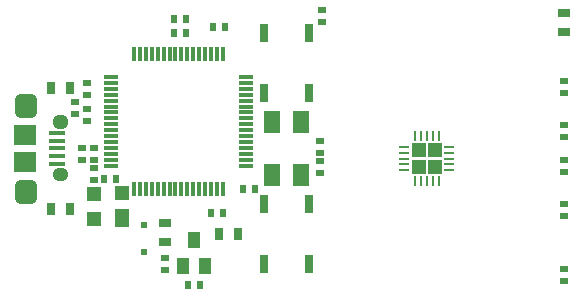
<source format=gtp>
G04 EAGLE Gerber RS-274X export*
G75*
%MOMM*%
%FSLAX34Y34*%
%LPD*%
%INTop Paste*%
%IPPOS*%
%AMOC8*
5,1,8,0,0,1.08239X$1,22.5*%
G01*
%ADD10R,0.762000X1.524000*%
%ADD11R,1.400000X1.900000*%
%ADD12R,1.000000X1.400000*%
%ADD13R,1.200000X0.300000*%
%ADD14R,0.300000X1.200000*%
%ADD15R,1.350000X0.400000*%
%ADD16R,1.900000X1.800000*%
%ADD17C,0.950000*%
%ADD18C,0.990000*%
%ADD19R,1.000000X0.800000*%
%ADD20R,1.200000X1.500000*%
%ADD21R,1.200000X1.200000*%
%ADD22R,0.600000X0.500000*%
%ADD23R,0.750000X0.500000*%
%ADD24R,0.800000X1.000000*%
%ADD25R,0.500000X0.750000*%
%ADD26R,0.254000X0.812800*%
%ADD27R,0.812800X0.254000*%

G36*
X370350Y125843D02*
X370350Y125843D01*
X370352Y125842D01*
X370395Y125862D01*
X370439Y125880D01*
X370439Y125882D01*
X370441Y125883D01*
X370474Y125968D01*
X370474Y137684D01*
X370473Y137686D01*
X370474Y137688D01*
X370454Y137731D01*
X370436Y137775D01*
X370434Y137775D01*
X370433Y137777D01*
X370348Y137810D01*
X358632Y137810D01*
X358630Y137809D01*
X358628Y137810D01*
X358585Y137790D01*
X358541Y137772D01*
X358541Y137770D01*
X358539Y137769D01*
X358506Y137684D01*
X358506Y125968D01*
X358507Y125966D01*
X358506Y125964D01*
X358526Y125921D01*
X358544Y125877D01*
X358546Y125877D01*
X358547Y125875D01*
X358632Y125842D01*
X370348Y125842D01*
X370350Y125843D01*
G37*
G36*
X356634Y125843D02*
X356634Y125843D01*
X356636Y125842D01*
X356679Y125862D01*
X356723Y125880D01*
X356723Y125882D01*
X356725Y125883D01*
X356758Y125968D01*
X356758Y137684D01*
X356757Y137686D01*
X356758Y137688D01*
X356738Y137731D01*
X356720Y137775D01*
X356718Y137775D01*
X356717Y137777D01*
X356632Y137810D01*
X344916Y137810D01*
X344914Y137809D01*
X344912Y137810D01*
X344869Y137790D01*
X344825Y137772D01*
X344825Y137770D01*
X344823Y137769D01*
X344790Y137684D01*
X344790Y125968D01*
X344791Y125966D01*
X344790Y125964D01*
X344810Y125921D01*
X344828Y125877D01*
X344830Y125877D01*
X344831Y125875D01*
X344916Y125842D01*
X356632Y125842D01*
X356634Y125843D01*
G37*
G36*
X370350Y112127D02*
X370350Y112127D01*
X370352Y112126D01*
X370395Y112146D01*
X370439Y112164D01*
X370439Y112166D01*
X370441Y112167D01*
X370474Y112252D01*
X370474Y123968D01*
X370473Y123970D01*
X370474Y123972D01*
X370454Y124015D01*
X370436Y124059D01*
X370434Y124059D01*
X370433Y124061D01*
X370348Y124094D01*
X358632Y124094D01*
X358630Y124093D01*
X358628Y124094D01*
X358585Y124074D01*
X358541Y124056D01*
X358541Y124054D01*
X358539Y124053D01*
X358506Y123968D01*
X358506Y112252D01*
X358507Y112250D01*
X358506Y112248D01*
X358526Y112205D01*
X358544Y112161D01*
X358546Y112161D01*
X358547Y112159D01*
X358632Y112126D01*
X370348Y112126D01*
X370350Y112127D01*
G37*
G36*
X356634Y112127D02*
X356634Y112127D01*
X356636Y112126D01*
X356679Y112146D01*
X356723Y112164D01*
X356723Y112166D01*
X356725Y112167D01*
X356758Y112252D01*
X356758Y123968D01*
X356757Y123970D01*
X356758Y123972D01*
X356738Y124015D01*
X356720Y124059D01*
X356718Y124059D01*
X356717Y124061D01*
X356632Y124094D01*
X344916Y124094D01*
X344914Y124093D01*
X344912Y124094D01*
X344869Y124074D01*
X344825Y124056D01*
X344825Y124054D01*
X344823Y124053D01*
X344790Y123968D01*
X344790Y112252D01*
X344791Y112250D01*
X344790Y112248D01*
X344810Y112205D01*
X344828Y112161D01*
X344830Y112161D01*
X344831Y112159D01*
X344916Y112126D01*
X356632Y112126D01*
X356634Y112127D01*
G37*
D10*
X257810Y231648D03*
X257810Y180848D03*
X219710Y231648D03*
X219710Y180848D03*
X257810Y86360D03*
X257810Y35560D03*
X219710Y86360D03*
X219710Y35560D03*
D11*
X226260Y156104D03*
X226260Y111104D03*
X251260Y111104D03*
X251260Y156104D03*
D12*
X160528Y55704D03*
X170028Y33704D03*
X151028Y33704D03*
D13*
X204320Y118964D03*
X204320Y123964D03*
X204320Y128964D03*
X204320Y133964D03*
X204320Y138964D03*
X204320Y143964D03*
X204320Y148964D03*
X204320Y153964D03*
X204320Y158964D03*
X204320Y163964D03*
X204320Y168964D03*
X204320Y173964D03*
X204320Y178964D03*
X204320Y183964D03*
X204320Y188964D03*
X204320Y193964D03*
D14*
X184820Y213464D03*
X179820Y213464D03*
X174820Y213464D03*
X169820Y213464D03*
X164820Y213464D03*
X159820Y213464D03*
X154820Y213464D03*
X149820Y213464D03*
X144820Y213464D03*
X139820Y213464D03*
X134820Y213464D03*
X129820Y213464D03*
X124820Y213464D03*
X119820Y213464D03*
X114820Y213464D03*
X109820Y213464D03*
D13*
X90320Y193964D03*
X90320Y188964D03*
X90320Y183964D03*
X90320Y178964D03*
X90320Y173964D03*
X90320Y168964D03*
X90320Y163964D03*
X90320Y158964D03*
X90320Y153964D03*
X90320Y148964D03*
X90320Y143964D03*
X90320Y138964D03*
X90320Y133964D03*
X90320Y128964D03*
X90320Y123964D03*
X90320Y118964D03*
D14*
X109820Y99464D03*
X114820Y99464D03*
X119820Y99464D03*
X124820Y99464D03*
X129820Y99464D03*
X134820Y99464D03*
X139820Y99464D03*
X144820Y99464D03*
X149820Y99464D03*
X154820Y99464D03*
X159820Y99464D03*
X164820Y99464D03*
X169820Y99464D03*
X174820Y99464D03*
X179820Y99464D03*
X184820Y99464D03*
D15*
X44276Y133604D03*
X44276Y140104D03*
X44276Y146604D03*
X44276Y127104D03*
X44276Y120604D03*
D16*
X17526Y145104D03*
X17526Y122104D03*
D17*
X22276Y102854D02*
X22276Y91604D01*
X12776Y91604D01*
X12776Y102854D01*
X22276Y102854D01*
X22276Y100629D02*
X12776Y100629D01*
X22276Y164354D02*
X22276Y175604D01*
X22276Y164354D02*
X12776Y164354D01*
X12776Y175604D01*
X22276Y175604D01*
X22276Y173379D02*
X12776Y173379D01*
D18*
X46226Y155304D02*
X48826Y155304D01*
X46226Y155304D02*
X46226Y156404D01*
X48826Y156404D01*
X48826Y155304D01*
X48826Y110804D02*
X46226Y110804D01*
X46226Y111904D01*
X48826Y111904D01*
X48826Y110804D01*
D19*
X136144Y69976D03*
X136144Y53976D03*
D20*
X99156Y74848D03*
D21*
X99156Y95358D03*
X75596Y95308D03*
X75596Y73348D03*
D22*
X118364Y68904D03*
X118364Y45904D03*
D23*
X70104Y166624D03*
X70104Y156464D03*
X66040Y134112D03*
X66040Y123952D03*
X76200Y134112D03*
X76200Y123952D03*
X59944Y172720D03*
X59944Y162560D03*
X70104Y188976D03*
X70104Y178816D03*
D24*
X55752Y184912D03*
X39752Y184912D03*
X55752Y82296D03*
X39752Y82296D03*
D23*
X267208Y130048D03*
X267208Y140208D03*
X267208Y122936D03*
X267208Y112776D03*
D25*
X153416Y231648D03*
X143256Y231648D03*
X84328Y107696D03*
X94488Y107696D03*
D23*
X76200Y106680D03*
X76200Y116840D03*
D25*
X174752Y79248D03*
X184912Y79248D03*
X153416Y242824D03*
X143256Y242824D03*
X212344Y99568D03*
X202184Y99568D03*
X186944Y236728D03*
X176784Y236728D03*
D23*
X269240Y240792D03*
X269240Y250952D03*
X473456Y143256D03*
X473456Y153416D03*
X473456Y123952D03*
X473456Y113792D03*
X473456Y76200D03*
X473456Y86360D03*
X473456Y21336D03*
X473456Y31496D03*
D25*
X165608Y18288D03*
X155448Y18288D03*
D23*
X136144Y40640D03*
X136144Y30480D03*
D24*
X197992Y60960D03*
X181992Y60960D03*
D23*
X473456Y180848D03*
X473456Y191008D03*
D19*
X473456Y247776D03*
X473456Y231776D03*
D26*
X347632Y105918D03*
X352632Y105918D03*
X357632Y105918D03*
X362632Y105918D03*
X367632Y105918D03*
D27*
X376682Y114968D03*
X376682Y119968D03*
X376682Y124968D03*
X376682Y129968D03*
X376682Y134968D03*
D26*
X367632Y144018D03*
X362632Y144018D03*
X357632Y144018D03*
X352632Y144018D03*
X347632Y144018D03*
D27*
X338582Y134968D03*
X338582Y129968D03*
X338582Y124968D03*
X338582Y119968D03*
X338582Y114968D03*
M02*

</source>
